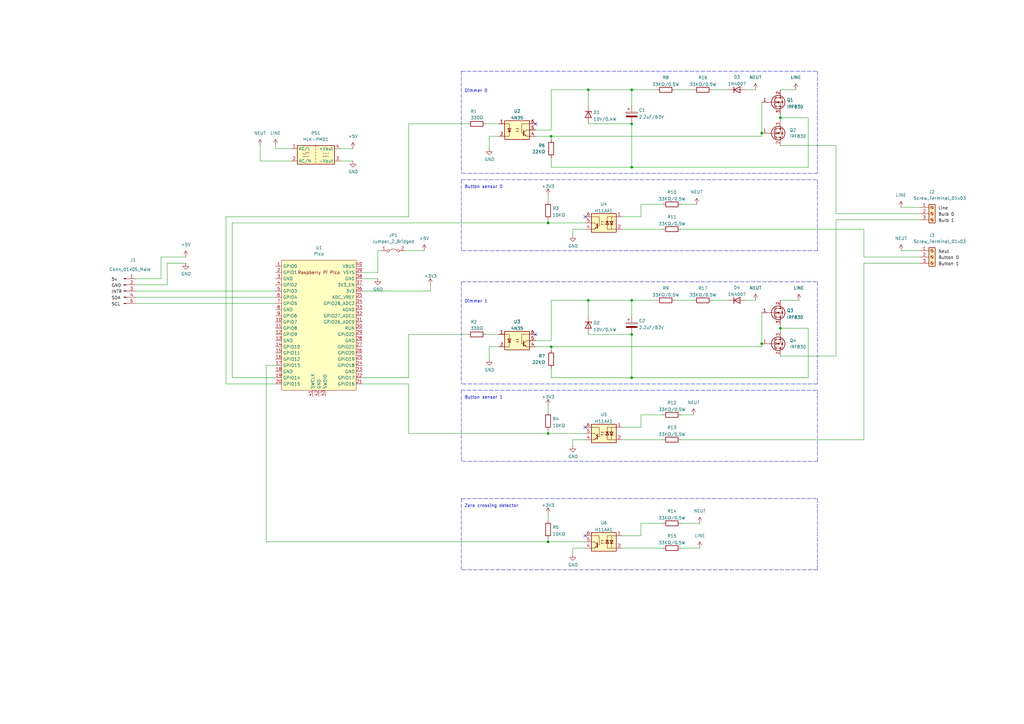
<source format=kicad_sch>
(kicad_sch (version 20211123) (generator eeschema)
  (paper "A3")
  (lib_symbols
    (symbol "Connector:Conn_01x05_Male" (pin_names (offset 1.016) hide)
      (property "Reference" "J" (at 0 7.62 0))
      (property "Value" "Conn_01x05_Male" (at 0 -7.62 0))
      (symbol "Conn_01x05_Male_1_1"
        (polyline (pts (xy 1.27 -5.08) (xy 0.8636 -5.08)) (stroke (width 0.1524)))
        (polyline (pts (xy 1.27 -2.54) (xy 0.8636 -2.54)) (stroke (width 0.1524)))
        (polyline (pts (xy 1.27 0) (xy 0.8636 0)) (stroke (width 0.1524)))
        (polyline (pts (xy 1.27 2.54) (xy 0.8636 2.54)) (stroke (width 0.1524)))
        (polyline (pts (xy 1.27 5.08) (xy 0.8636 5.08)) (stroke (width 0.1524)))
        (rectangle (start 0.8636 -4.953) (end 0 -5.207) (stroke (width 0.1524)) (fill (type outline)))
        (rectangle (start 0.8636 -2.413) (end 0 -2.667) (stroke (width 0.1524)) (fill (type outline)))
        (rectangle (start 0.8636 0.127) (end 0 -0.127) (stroke (width 0.1524)) (fill (type outline)))
        (rectangle (start 0.8636 2.667) (end 0 2.413) (stroke (width 0.1524)) (fill (type outline)))
        (rectangle (start 0.8636 5.207) (end 0 4.953) (stroke (width 0.1524)) (fill (type outline)))
        (pin passive line (at 5.08 5.08 180) (length 3.81) (name "Pin_1") (number "1"))
        (pin passive line (at 5.08 2.54 180) (length 3.81) (name "Pin_2") (number "2"))
        (pin passive line (at 5.08 0 180) (length 3.81) (name "Pin_3") (number "3"))
        (pin passive line (at 5.08 -2.54 180) (length 3.81) (name "Pin_4") (number "4"))
        (pin passive line (at 5.08 -5.08 180) (length 3.81) (name "Pin_5") (number "5"))
      )
    )
    (symbol "Connector:Screw_Terminal_01x03" (pin_names (offset 1.016) hide)
      (property "Reference" "J" (at 0 5.08 0))
      (property "Value" "Screw_Terminal_01x03" (at 0 -5.08 0))
      (symbol "Screw_Terminal_01x03_1_1"
        (rectangle (start -1.27 3.81) (end 1.27 -3.81) (stroke (width 0.254)) (fill (type background)))
        (circle (center 0 -2.54) (radius 0.635) (stroke (width 0.1524)))
        (polyline (pts (xy -0.5334 -2.2098) (xy 0.3302 -3.048)) (stroke (width 0.1524)))
        (polyline (pts (xy -0.5334 0.3302) (xy 0.3302 -0.508)) (stroke (width 0.1524)))
        (polyline (pts (xy -0.5334 2.8702) (xy 0.3302 2.032)) (stroke (width 0.1524)))
        (polyline (pts (xy -0.3556 -2.032) (xy 0.508 -2.8702)) (stroke (width 0.1524)))
        (polyline (pts (xy -0.3556 0.508) (xy 0.508 -0.3302)) (stroke (width 0.1524)))
        (polyline (pts (xy -0.3556 3.048) (xy 0.508 2.2098)) (stroke (width 0.1524)))
        (circle (center 0 0) (radius 0.635) (stroke (width 0.1524)))
        (circle (center 0 2.54) (radius 0.635) (stroke (width 0.1524)))
        (pin passive line (at -5.08 2.54 0) (length 3.81) (name "Pin_1") (number "1"))
        (pin passive line (at -5.08 0 0) (length 3.81) (name "Pin_2") (number "2"))
        (pin passive line (at -5.08 -2.54 0) (length 3.81) (name "Pin_3") (number "3"))
      )
    )
    (symbol "Converter_ACDC:HLK-PM01"
      (property "Reference" "PS" (at 0 5.08 0))
      (property "Value" "HLK-PM01" (at 0 -5.08 0))
      (symbol "HLK-PM01_0_1"
        (rectangle (start -7.62 3.81) (end 7.62 -3.81) (stroke (width 0.254)) (fill (type background)))
        (arc (start -5.334 0.635) (mid -4.699 0.2495) (end -4.064 0.635))
        (arc (start -2.794 0.635) (mid -3.429 1.0072) (end -4.064 0.635))
        (polyline (pts (xy -5.334 -0.635) (xy -2.794 -0.635)))
        (polyline (pts (xy 0 -2.54) (xy 0 -3.175)))
        (polyline (pts (xy 0 -1.27) (xy 0 -1.905)))
        (polyline (pts (xy 0 0) (xy 0 -0.635)))
        (polyline (pts (xy 0 1.27) (xy 0 0.635)))
        (polyline (pts (xy 0 2.54) (xy 0 1.905)))
        (polyline (pts (xy 0 3.81) (xy 0 3.175)))
        (polyline (pts (xy 2.794 -0.635) (xy 5.334 -0.635)))
        (polyline (pts (xy 2.794 0.635) (xy 3.302 0.635)))
        (polyline (pts (xy 3.81 0.635) (xy 4.318 0.635)))
        (polyline (pts (xy 4.826 0.635) (xy 5.334 0.635)))
      )
      (symbol "HLK-PM01_1_1"
        (pin power_in line (at -10.16 2.54 0) (length 2.54) (name "AC/L") (number "1"))
        (pin power_in line (at -10.16 -2.54 0) (length 2.54) (name "AC/N") (number "2"))
        (pin power_out line (at 10.16 -2.54 180) (length 2.54) (name "-Vout") (number "3"))
        (pin power_out line (at 10.16 2.54 180) (length 2.54) (name "+Vout") (number "4"))
      )
    )
    (symbol "Device:C_Polarized" (pin_numbers hide) (pin_names (offset 0.254))
      (property "Reference" "C" (at 0.635 2.54 0))
      (property "Value" "C_Polarized" (at 0.635 -2.54 0))
      (symbol "C_Polarized_0_1"
        (rectangle (start -2.286 0.508) (end 2.286 1.016))
        (polyline (pts (xy -1.778 2.286) (xy -0.762 2.286)))
        (polyline (pts (xy -1.27 2.794) (xy -1.27 1.778)))
        (rectangle (start 2.286 -0.508) (end -2.286 -1.016) (fill (type outline)))
      )
      (symbol "C_Polarized_1_1"
        (pin passive line (at 0 3.81 270) (length 2.794) (name "~") (number "1"))
        (pin passive line (at 0 -3.81 90) (length 2.794) (name "~") (number "2"))
      )
    )
    (symbol "Device:R" (pin_numbers hide) (pin_names (offset 0))
      (property "Reference" "R" (at 2.032 0 90))
      (property "Value" "R" (at 0 0 90))
      (symbol "R_0_1"
        (rectangle (start -1.016 -2.54) (end 1.016 2.54) (stroke (width 0.254)))
      )
      (symbol "R_1_1"
        (pin passive line (at 0 3.81 270) (length 1.27) (name "~") (number "1"))
        (pin passive line (at 0 -3.81 90) (length 1.27) (name "~") (number "2"))
      )
    )
    (symbol "Diode:1N4007" (pin_numbers hide) (pin_names (offset 1.016) hide)
      (property "Reference" "D" (at 0 2.54 0))
      (property "Value" "1N4007" (at 0 -2.54 0))
      (symbol "1N4007_0_1"
        (polyline (pts (xy -1.27 1.27) (xy -1.27 -1.27)) (stroke (width 0.254)))
        (polyline (pts (xy 1.27 0) (xy -1.27 0)))
        (polyline (pts (xy 1.27 1.27) (xy 1.27 -1.27) (xy -1.27 0) (xy 1.27 1.27)) (stroke (width 0.254)))
      )
      (symbol "1N4007_1_1"
        (pin passive line (at -3.81 0 0) (length 2.54) (name "K") (number "1"))
        (pin passive line (at 3.81 0 180) (length 2.54) (name "A") (number "2"))
      )
    )
    (symbol "Diode:BZV55B10" (pin_numbers hide) (pin_names (offset 1.016) hide)
      (property "Reference" "D" (at 0 2.54 0))
      (property "Value" "BZV55B10" (at 0 -2.54 0))
      (symbol "BZV55B10_0_1"
        (polyline (pts (xy 1.27 0) (xy -1.27 0)))
        (polyline (pts (xy -1.27 -1.27) (xy -1.27 1.27) (xy -0.762 1.27)) (stroke (width 0.254)))
        (polyline (pts (xy 1.27 -1.27) (xy 1.27 1.27) (xy -1.27 0) (xy 1.27 -1.27)) (stroke (width 0.254)))
      )
      (symbol "BZV55B10_1_1"
        (pin passive line (at -3.81 0 0) (length 2.54) (name "K") (number "1"))
        (pin passive line (at 3.81 0 180) (length 2.54) (name "A") (number "2"))
      )
    )
    (symbol "Isolator:4N35" (pin_names (offset 1.016))
      (property "Reference" "U" (at -5.08 5.08 0))
      (property "Value" "4N35" (at 0 5.08 0))
      (symbol "4N35_0_1"
        (rectangle (start -5.08 3.81) (end 5.08 -3.81) (stroke (width 0.254)) (fill (type background)))
        (polyline (pts (xy -3.81 -0.635) (xy -2.54 -0.635)) (stroke (width 0.254)))
        (polyline (pts (xy 2.667 -1.397) (xy 3.81 -2.54)))
        (polyline (pts (xy 2.667 -1.143) (xy 3.81 0)))
        (polyline (pts (xy 3.81 -2.54) (xy 5.08 -2.54)))
        (polyline (pts (xy 3.81 0) (xy 5.08 0)))
        (polyline (pts (xy 2.667 -0.254) (xy 2.667 -2.286) (xy 2.667 -2.286)) (stroke (width 0.3556)))
        (polyline (pts (xy -5.08 -2.54) (xy -3.175 -2.54) (xy -3.175 2.54) (xy -5.08 2.54)))
        (polyline (pts (xy -3.175 -0.635) (xy -3.81 0.635) (xy -2.54 0.635) (xy -3.175 -0.635)) (stroke (width 0.254)))
        (polyline (pts (xy 3.683 -2.413) (xy 3.429 -1.905) (xy 3.175 -2.159) (xy 3.683 -2.413)))
        (polyline (pts (xy 5.08 2.54) (xy 1.905 2.54) (xy 1.905 -1.27) (xy 2.54 -1.27)))
        (polyline (pts (xy -0.635 -0.508) (xy 0.635 -0.508) (xy 0.254 -0.635) (xy 0.254 -0.381) (xy 0.635 -0.508)))
        (polyline (pts (xy -0.635 0.508) (xy 0.635 0.508) (xy 0.254 0.381) (xy 0.254 0.635) (xy 0.635 0.508)))
      )
      (symbol "4N35_1_1"
        (pin passive line (at -7.62 2.54 0) (length 2.54) (name "~") (number "1"))
        (pin passive line (at -7.62 -2.54 0) (length 2.54) (name "~") (number "2"))
        (pin no_connect line (at -5.08 0 0) (length 2.54) hide (name "NC") (number "3"))
        (pin passive line (at 7.62 -2.54 180) (length 2.54) (name "~") (number "4"))
        (pin passive line (at 7.62 0 180) (length 2.54) (name "~") (number "5"))
        (pin passive line (at 7.62 2.54 180) (length 2.54) (name "~") (number "6"))
      )
    )
    (symbol "Isolator:H11AA1"
      (property "Reference" "U" (at -5.334 4.953 0))
      (property "Value" "H11AA1" (at 0.635 4.953 0))
      (symbol "H11AA1_0_1"
        (polyline (pts (xy -2.032 0.635) (xy -0.762 0.635)) (stroke (width 0.254)))
        (polyline (pts (xy -1.397 -2.54) (xy -3.175 -2.54)) (stroke (width 0.1524)))
        (polyline (pts (xy -1.397 -0.635) (xy -1.397 -2.54)))
        (polyline (pts (xy -1.397 0.635) (xy -1.397 -0.635)))
        (polyline (pts (xy -1.397 0.635) (xy -1.397 2.54)))
        (polyline (pts (xy -1.397 2.54) (xy -3.175 2.54)) (stroke (width 0.1524)))
        (polyline (pts (xy -1.397 0.635) (xy -2.032 -0.635) (xy -0.762 -0.635) (xy -1.397 0.635)) (stroke (width 0.254)))
      )
      (symbol "H11AA1_1_1"
        (rectangle (start -5.08 3.81) (end 5.08 -3.81) (stroke (width 0.254)) (fill (type background)))
        (polyline (pts (xy -3.81 -0.635) (xy -2.54 -0.635)) (stroke (width 0.254)))
        (polyline (pts (xy 2.667 -1.397) (xy 3.81 -2.54)))
        (polyline (pts (xy 2.667 -1.143) (xy 3.81 0)))
        (polyline (pts (xy 3.81 -2.54) (xy 5.08 -2.54)))
        (polyline (pts (xy 3.81 0) (xy 5.08 0)))
        (polyline (pts (xy 2.667 -0.254) (xy 2.667 -2.286) (xy 2.667 -2.286)) (stroke (width 0.3556)))
        (polyline (pts (xy -5.08 -2.54) (xy -3.175 -2.54) (xy -3.175 2.54) (xy -5.08 2.54)))
        (polyline (pts (xy -3.175 -0.635) (xy -3.81 0.635) (xy -2.54 0.635) (xy -3.175 -0.635)) (stroke (width 0.254)))
        (polyline (pts (xy 3.683 -2.413) (xy 3.429 -1.905) (xy 3.175 -2.159) (xy 3.683 -2.413)))
        (polyline (pts (xy 5.08 2.54) (xy 1.905 2.54) (xy 1.905 -1.27) (xy 2.54 -1.27)))
        (polyline (pts (xy -0.127 -0.508) (xy 1.143 -0.508) (xy 0.762 -0.635) (xy 0.762 -0.381) (xy 1.143 -0.508)))
        (polyline (pts (xy -0.127 0.508) (xy 1.143 0.508) (xy 0.762 0.381) (xy 0.762 0.635) (xy 1.143 0.508)))
        (pin passive line (at -7.62 2.54 0) (length 2.54) (name "~") (number "1"))
        (pin passive line (at -7.62 -2.54 0) (length 2.54) (name "~") (number "2"))
        (pin no_connect line (at -5.08 0 0) (length 2.54) hide (name "NC") (number "3"))
        (pin passive line (at 7.62 -2.54 180) (length 2.54) (name "~") (number "4"))
        (pin passive line (at 7.62 0 180) (length 2.54) (name "~") (number "5"))
        (pin passive line (at 7.62 2.54 180) (length 2.54) (name "~") (number "6"))
      )
    )
    (symbol "Jumper:Jumper_2_Bridged" (pin_names (offset 0) hide)
      (property "Reference" "JP" (at 0 1.905 0))
      (property "Value" "Jumper_2_Bridged" (at 0 -2.54 0))
      (symbol "Jumper_2_Bridged_0_0"
        (circle (center -2.032 0) (radius 0.508))
        (circle (center 2.032 0) (radius 0.508))
      )
      (symbol "Jumper_2_Bridged_0_1"
        (arc (start 1.524 0.254) (mid 0 0.762) (end -1.524 0.254))
      )
      (symbol "Jumper_2_Bridged_1_1"
        (pin passive line (at -5.08 0 0) (length 2.54) (name "A") (number "1"))
        (pin passive line (at 5.08 0 180) (length 2.54) (name "B") (number "2"))
      )
    )
    (symbol "MCU_RaspberryPi_and_Boards:Pico"
      (property "Reference" "U" (at -13.97 27.94 0))
      (property "Value" "Pico" (at 0 19.05 0))
      (symbol "Pico_0_0"
        (text "Raspberry Pi Pico" (at 0 21.59 0) (effects (font (size 1.27 1.27))))
      )
      (symbol "Pico_0_1"
        (rectangle (start -15.24 26.67) (end 15.24 -26.67) (fill (type background)))
      )
      (symbol "Pico_1_1"
        (pin bidirectional line (at -17.78 24.13 0) (length 2.54) (name "GPIO0") (number "1"))
        (pin bidirectional line (at -17.78 1.27 0) (length 2.54) (name "GPIO7") (number "10"))
        (pin bidirectional line (at -17.78 -1.27 0) (length 2.54) (name "GPIO8") (number "11"))
        (pin bidirectional line (at -17.78 -3.81 0) (length 2.54) (name "GPIO9") (number "12"))
        (pin power_in line (at -17.78 -6.35 0) (length 2.54) (name "GND") (number "13"))
        (pin bidirectional line (at -17.78 -8.89 0) (length 2.54) (name "GPIO10") (number "14"))
        (pin bidirectional line (at -17.78 -11.43 0) (length 2.54) (name "GPIO11") (number "15"))
        (pin bidirectional line (at -17.78 -13.97 0) (length 2.54) (name "GPIO12") (number "16"))
        (pin bidirectional line (at -17.78 -16.51 0) (length 2.54) (name "GPIO13") (number "17"))
        (pin power_in line (at -17.78 -19.05 0) (length 2.54) (name "GND") (number "18"))
        (pin bidirectional line (at -17.78 -21.59 0) (length 2.54) (name "GPIO14") (number "19"))
        (pin bidirectional line (at -17.78 21.59 0) (length 2.54) (name "GPIO1") (number "2"))
        (pin bidirectional line (at -17.78 -24.13 0) (length 2.54) (name "GPIO15") (number "20"))
        (pin bidirectional line (at 17.78 -24.13 180) (length 2.54) (name "GPIO16") (number "21"))
        (pin bidirectional line (at 17.78 -21.59 180) (length 2.54) (name "GPIO17") (number "22"))
        (pin power_in line (at 17.78 -19.05 180) (length 2.54) (name "GND") (number "23"))
        (pin bidirectional line (at 17.78 -16.51 180) (length 2.54) (name "GPIO18") (number "24"))
        (pin bidirectional line (at 17.78 -13.97 180) (length 2.54) (name "GPIO19") (number "25"))
        (pin bidirectional line (at 17.78 -11.43 180) (length 2.54) (name "GPIO20") (number "26"))
        (pin bidirectional line (at 17.78 -8.89 180) (length 2.54) (name "GPIO21") (number "27"))
        (pin power_in line (at 17.78 -6.35 180) (length 2.54) (name "GND") (number "28"))
        (pin bidirectional line (at 17.78 -3.81 180) (length 2.54) (name "GPIO22") (number "29"))
        (pin power_in line (at -17.78 19.05 0) (length 2.54) (name "GND") (number "3"))
        (pin input line (at 17.78 -1.27 180) (length 2.54) (name "RUN") (number "30"))
        (pin bidirectional line (at 17.78 1.27 180) (length 2.54) (name "GPIO26_ADC0") (number "31"))
        (pin bidirectional line (at 17.78 3.81 180) (length 2.54) (name "GPIO27_ADC1") (number "32"))
        (pin power_in line (at 17.78 6.35 180) (length 2.54) (name "AGND") (number "33"))
        (pin bidirectional line (at 17.78 8.89 180) (length 2.54) (name "GPIO28_ADC2") (number "34"))
        (pin power_in line (at 17.78 11.43 180) (length 2.54) (name "ADC_VREF") (number "35"))
        (pin power_in line (at 17.78 13.97 180) (length 2.54) (name "3V3") (number "36"))
        (pin input line (at 17.78 16.51 180) (length 2.54) (name "3V3_EN") (number "37"))
        (pin bidirectional line (at 17.78 19.05 180) (length 2.54) (name "GND") (number "38"))
        (pin power_in line (at 17.78 21.59 180) (length 2.54) (name "VSYS") (number "39"))
        (pin bidirectional line (at -17.78 16.51 0) (length 2.54) (name "GPIO2") (number "4"))
        (pin power_in line (at 17.78 24.13 180) (length 2.54) (name "VBUS") (number "40"))
        (pin input line (at -2.54 -29.21 90) (length 2.54) (name "SWCLK") (number "41"))
        (pin power_in line (at 0 -29.21 90) (length 2.54) (name "GND") (number "42"))
        (pin bidirectional line (at 2.54 -29.21 90) (length 2.54) (name "SWDIO") (number "43"))
        (pin bidirectional line (at -17.78 13.97 0) (length 2.54) (name "GPIO3") (number "5"))
        (pin bidirectional line (at -17.78 11.43 0) (length 2.54) (name "GPIO4") (number "6"))
        (pin bidirectional line (at -17.78 8.89 0) (length 2.54) (name "GPIO5") (number "7"))
        (pin power_in line (at -17.78 6.35 0) (length 2.54) (name "GND") (number "8"))
        (pin bidirectional line (at -17.78 3.81 0) (length 2.54) (name "GPIO6") (number "9"))
      )
    )
    (symbol "Transistor_FET:IRF740" (pin_names hide)
      (property "Reference" "Q" (at 6.35 1.905 0))
      (property "Value" "IRF740" (at 6.35 0 0))
      (symbol "IRF740_0_1"
        (polyline (pts (xy 0.254 0) (xy -2.54 0)))
        (polyline (pts (xy 0.254 1.905) (xy 0.254 -1.905)) (stroke (width 0.254)))
        (polyline (pts (xy 0.762 -1.27) (xy 0.762 -2.286)) (stroke (width 0.254)))
        (polyline (pts (xy 0.762 0.508) (xy 0.762 -0.508)) (stroke (width 0.254)))
        (polyline (pts (xy 0.762 2.286) (xy 0.762 1.27)) (stroke (width 0.254)))
        (polyline (pts (xy 2.54 2.54) (xy 2.54 1.778)))
        (polyline (pts (xy 2.54 -2.54) (xy 2.54 0) (xy 0.762 0)))
        (polyline (pts (xy 0.762 -1.778) (xy 3.302 -1.778) (xy 3.302 1.778) (xy 0.762 1.778)))
        (polyline (pts (xy 1.016 0) (xy 2.032 0.381) (xy 2.032 -0.381) (xy 1.016 0)) (fill (type outline)))
        (polyline (pts (xy 2.794 0.508) (xy 2.921 0.381) (xy 3.683 0.381) (xy 3.81 0.254)))
        (polyline (pts (xy 3.302 0.381) (xy 2.921 -0.254) (xy 3.683 -0.254) (xy 3.302 0.381)))
        (circle (center 1.651 0) (radius 2.794) (stroke (width 0.254)))
        (circle (center 2.54 -1.778) (radius 0.254) (fill (type outline)))
        (circle (center 2.54 1.778) (radius 0.254) (fill (type outline)))
      )
      (symbol "IRF740_1_1"
        (pin input line (at -5.08 0 0) (length 2.54) (name "G") (number "1"))
        (pin passive line (at 2.54 5.08 270) (length 2.54) (name "D") (number "2"))
        (pin passive line (at 2.54 -5.08 90) (length 2.54) (name "S") (number "3"))
      )
    )
    (symbol "power:+3V3" (power) (pin_names (offset 0))
      (property "Value" "+3V3" (at 0 3.556 0))
      (symbol "+3V3_0_1"
        (polyline (pts (xy -0.762 1.27) (xy 0 2.54)))
        (polyline (pts (xy 0 0) (xy 0 2.54)))
        (polyline (pts (xy 0 2.54) (xy 0.762 1.27)))
      )
      (symbol "+3V3_1_1"
        (pin power_in line (at 0 0 90) (length 0) hide (name "+3V3") (number "1"))
      )
    )
    (symbol "power:+5V" (power) (pin_names (offset 0))
      (property "Value" "+5V" (at 0 3.556 0))
      (symbol "+5V_0_1"
        (polyline (pts (xy -0.762 1.27) (xy 0 2.54)))
        (polyline (pts (xy 0 0) (xy 0 2.54)))
        (polyline (pts (xy 0 2.54) (xy 0.762 1.27)))
      )
      (symbol "+5V_1_1"
        (pin power_in line (at 0 0 90) (length 0) hide (name "+5V") (number "1"))
      )
    )
    (symbol "power:GND" (power) (pin_names (offset 0))
      (property "Value" "GND" (at 0 -3.81 0))
      (symbol "GND_0_1"
        (polyline (pts (xy 0 0) (xy 0 -1.27) (xy 1.27 -1.27) (xy 0 -2.54) (xy -1.27 -1.27) (xy 0 -1.27)))
      )
      (symbol "GND_1_1"
        (pin power_in line (at 0 0 270) (length 0) hide (name "GND") (number "1"))
      )
    )
    (symbol "power:LINE" (power) (pin_names (offset 0))
      (property "Value" "LINE" (at 0 3.81 0))
      (symbol "LINE_0_1"
        (polyline (pts (xy -0.762 1.27) (xy 0 2.54)))
        (polyline (pts (xy 0 0) (xy 0 2.54)))
        (polyline (pts (xy 0 2.54) (xy 0.762 1.27)))
      )
      (symbol "LINE_1_1"
        (pin power_in line (at 0 0 90) (length 0) hide (name "LINE") (number "1"))
      )
    )
    (symbol "power:NEUT" (power) (pin_names (offset 0))
      (property "Value" "NEUT" (at 0 3.81 0))
      (symbol "NEUT_0_1"
        (polyline (pts (xy -0.762 1.27) (xy 0 2.54)))
        (polyline (pts (xy 0 0) (xy 0 2.54)))
        (polyline (pts (xy 0 2.54) (xy 0.762 1.27)))
      )
      (symbol "NEUT_1_1"
        (pin power_in line (at 0 0 90) (length 0) hide (name "NEUT") (number "1"))
      )
    )
  )
  (junction (at 224.79 91.44))
  (junction (at 259.08 137.16))
  (junction (at 224.79 177.8))
  (junction (at 259.08 123.19))
  (junction (at 224.79 222.25))
  (junction (at 259.08 50.8))
  (junction (at 241.3 123.19))
  (junction (at 259.08 68.58))
  (junction (at 259.08 154.94))
  (junction (at 241.3 36.83))
  (junction (at 312.42 54.61))
  (junction (at 226.06 55.88))
  (junction (at 226.06 142.24))
  (junction (at 320.04 48.26))
  (junction (at 312.42 140.97))
  (junction (at 320.04 134.62))
  (junction (at 259.08 36.83))
  (no_connect (at 219.71 50.8))
  (no_connect (at 240.03 175.26))
  (no_connect (at 240.03 88.9))
  (no_connect (at 219.71 137.16))
  (no_connect (at 240.03 219.71))
  (wire (pts (xy 377.19 90.17) (xy 342.9 90.17)))
  (wire (pts (xy 224.79 91.44) (xy 240.03 91.44)))
  (wire (pts (xy 377.19 105.41) (xy 354.33 105.41)))
  (wire (pts (xy 219.71 139.7) (xy 226.06 139.7)))
  (wire (pts (xy 354.33 107.95) (xy 354.33 180.34)))
  (wire (pts (xy 226.06 142.24) (xy 312.42 142.24)))
  (wire (pts (xy 55.88 114.3) (xy 66.04 114.3)))
  (wire (pts (xy 331.47 68.58) (xy 331.47 48.26)))
  (polyline (pts (xy 335.28 115.57) (xy 335.28 157.48)))
  (wire (pts (xy 68.58 116.84) (xy 68.58 107.95)))
  (wire (pts (xy 320.04 146.05) (xy 342.9 146.05)))
  (wire (pts (xy 312.42 128.27) (xy 312.42 140.97)))
  (wire (pts (xy 219.71 55.88) (xy 226.06 55.88)))
  (wire (pts (xy 226.06 55.88) (xy 312.42 55.88)))
  (wire (pts (xy 234.95 224.79) (xy 240.03 224.79)))
  (wire (pts (xy 167.64 137.16) (xy 167.64 154.94)))
  (wire (pts (xy 148.59 114.3) (xy 154.94 114.3)))
  (wire (pts (xy 241.3 36.83) (xy 241.3 43.18)))
  (wire (pts (xy 148.59 154.94) (xy 167.64 154.94)))
  (wire (pts (xy 226.06 123.19) (xy 241.3 123.19)))
  (wire (pts (xy 255.27 93.98) (xy 271.78 93.98)))
  (wire (pts (xy 119.38 60.96) (xy 113.03 60.96)))
  (wire (pts (xy 55.88 116.84) (xy 68.58 116.84)))
  (wire (pts (xy 262.89 83.82) (xy 262.89 88.9)))
  (wire (pts (xy 109.22 222.25) (xy 224.79 222.25)))
  (wire (pts (xy 224.79 220.98) (xy 224.79 222.25)))
  (wire (pts (xy 255.27 219.71) (xy 262.89 219.71)))
  (wire (pts (xy 66.04 114.3) (xy 66.04 105.41)))
  (wire (pts (xy 279.4 93.98) (xy 354.33 93.98)))
  (wire (pts (xy 255.27 180.34) (xy 271.78 180.34)))
  (wire (pts (xy 255.27 224.79) (xy 271.78 224.79)))
  (wire (pts (xy 259.08 123.19) (xy 241.3 123.19)))
  (wire (pts (xy 279.4 224.79) (xy 287.02 224.79)))
  (polyline (pts (xy 189.23 115.57) (xy 335.28 115.57)))
  (wire (pts (xy 269.24 36.83) (xy 259.08 36.83)))
  (wire (pts (xy 55.88 121.92) (xy 113.03 121.92)))
  (wire (pts (xy 224.79 177.8) (xy 240.03 177.8)))
  (wire (pts (xy 320.04 48.26) (xy 331.47 48.26)))
  (wire (pts (xy 204.47 55.88) (xy 200.66 55.88)))
  (wire (pts (xy 320.04 134.62) (xy 331.47 134.62)))
  (wire (pts (xy 219.71 142.24) (xy 226.06 142.24)))
  (wire (pts (xy 95.25 154.94) (xy 113.03 154.94)))
  (wire (pts (xy 148.59 111.76) (xy 154.94 111.76)))
  (wire (pts (xy 224.79 222.25) (xy 240.03 222.25)))
  (wire (pts (xy 234.95 93.98) (xy 234.95 96.52)))
  (polyline (pts (xy 189.23 160.02) (xy 335.28 160.02)))
  (wire (pts (xy 262.89 170.18) (xy 262.89 175.26)))
  (polyline (pts (xy 335.28 157.48) (xy 189.23 157.48)))
  (polyline (pts (xy 189.23 115.57) (xy 189.23 157.48)))
  (wire (pts (xy 271.78 170.18) (xy 262.89 170.18)))
  (wire (pts (xy 199.39 50.8) (xy 204.47 50.8)))
  (wire (pts (xy 139.7 66.04) (xy 144.78 66.04)))
  (wire (pts (xy 219.71 53.34) (xy 226.06 53.34)))
  (wire (pts (xy 292.1 123.19) (xy 298.45 123.19)))
  (wire (pts (xy 226.06 57.15) (xy 226.06 55.88)))
  (wire (pts (xy 320.04 59.69) (xy 342.9 59.69)))
  (wire (pts (xy 271.78 214.63) (xy 262.89 214.63)))
  (wire (pts (xy 226.06 64.77) (xy 226.06 68.58)))
  (wire (pts (xy 259.08 68.58) (xy 331.47 68.58)))
  (polyline (pts (xy 189.23 204.47) (xy 335.28 204.47)))
  (wire (pts (xy 241.3 50.8) (xy 259.08 50.8)))
  (wire (pts (xy 106.68 66.04) (xy 106.68 59.69)))
  (wire (pts (xy 241.3 137.16) (xy 259.08 137.16)))
  (wire (pts (xy 226.06 151.13) (xy 226.06 154.94)))
  (wire (pts (xy 312.42 140.97) (xy 312.42 142.24)))
  (wire (pts (xy 55.88 124.46) (xy 113.03 124.46)))
  (polyline (pts (xy 189.23 204.47) (xy 189.23 233.68)))
  (polyline (pts (xy 335.28 71.12) (xy 189.23 71.12)))
  (wire (pts (xy 259.08 36.83) (xy 241.3 36.83)))
  (polyline (pts (xy 189.23 29.21) (xy 189.23 71.12)))
  (wire (pts (xy 226.06 154.94) (xy 259.08 154.94)))
  (polyline (pts (xy 335.28 102.87) (xy 189.23 102.87)))
  (wire (pts (xy 204.47 142.24) (xy 200.66 142.24)))
  (wire (pts (xy 377.19 107.95) (xy 354.33 107.95)))
  (wire (pts (xy 342.9 90.17) (xy 342.9 146.05)))
  (wire (pts (xy 279.4 170.18) (xy 284.48 170.18)))
  (wire (pts (xy 320.04 123.19) (xy 327.66 123.19)))
  (wire (pts (xy 320.04 48.26) (xy 320.04 49.53)))
  (polyline (pts (xy 189.23 29.21) (xy 335.28 29.21)))
  (wire (pts (xy 320.04 46.99) (xy 320.04 48.26)))
  (wire (pts (xy 166.37 102.87) (xy 173.99 102.87)))
  (wire (pts (xy 259.08 36.83) (xy 259.08 43.18)))
  (wire (pts (xy 226.06 53.34) (xy 226.06 36.83)))
  (wire (pts (xy 92.71 157.48) (xy 113.03 157.48)))
  (wire (pts (xy 234.95 224.79) (xy 234.95 227.33)))
  (polyline (pts (xy 335.28 204.47) (xy 335.28 233.68)))
  (polyline (pts (xy 335.28 233.68) (xy 189.23 233.68)))
  (wire (pts (xy 109.22 149.86) (xy 109.22 222.25)))
  (wire (pts (xy 269.24 123.19) (xy 259.08 123.19)))
  (wire (pts (xy 255.27 175.26) (xy 262.89 175.26)))
  (wire (pts (xy 226.06 143.51) (xy 226.06 142.24)))
  (polyline (pts (xy 335.28 73.66) (xy 335.28 102.87)))
  (wire (pts (xy 241.3 123.19) (xy 241.3 129.54)))
  (wire (pts (xy 66.04 105.41) (xy 76.2 105.41)))
  (wire (pts (xy 139.7 60.96) (xy 144.78 60.96)))
  (wire (pts (xy 92.71 88.9) (xy 92.71 157.48)))
  (wire (pts (xy 176.53 116.84) (xy 176.53 119.38)))
  (polyline (pts (xy 335.28 29.21) (xy 335.28 71.12)))
  (polyline (pts (xy 189.23 73.66) (xy 335.28 73.66)))
  (wire (pts (xy 226.06 36.83) (xy 241.3 36.83)))
  (wire (pts (xy 200.66 55.88) (xy 200.66 60.96)))
  (wire (pts (xy 259.08 154.94) (xy 331.47 154.94)))
  (wire (pts (xy 312.42 54.61) (xy 312.42 55.88)))
  (wire (pts (xy 167.64 50.8) (xy 167.64 88.9)))
  (polyline (pts (xy 335.28 160.02) (xy 335.28 189.23)))
  (wire (pts (xy 259.08 123.19) (xy 259.08 129.54)))
  (wire (pts (xy 271.78 83.82) (xy 262.89 83.82)))
  (wire (pts (xy 234.95 180.34) (xy 240.03 180.34)))
  (wire (pts (xy 279.4 83.82) (xy 285.75 83.82)))
  (wire (pts (xy 234.95 93.98) (xy 240.03 93.98)))
  (wire (pts (xy 154.94 111.76) (xy 154.94 102.87)))
  (wire (pts (xy 342.9 87.63) (xy 342.9 59.69)))
  (wire (pts (xy 279.4 180.34) (xy 354.33 180.34)))
  (wire (pts (xy 276.86 123.19) (xy 284.48 123.19)))
  (polyline (pts (xy 189.23 73.66) (xy 189.23 102.87)))
  (wire (pts (xy 331.47 154.94) (xy 331.47 134.62)))
  (wire (pts (xy 255.27 88.9) (xy 262.89 88.9)))
  (wire (pts (xy 95.25 91.44) (xy 224.79 91.44)))
  (wire (pts (xy 119.38 66.04) (xy 106.68 66.04)))
  (wire (pts (xy 200.66 142.24) (xy 200.66 147.32)))
  (wire (pts (xy 354.33 105.41) (xy 354.33 93.98)))
  (wire (pts (xy 224.79 80.01) (xy 224.79 82.55)))
  (wire (pts (xy 55.88 119.38) (xy 113.03 119.38)))
  (wire (pts (xy 148.59 157.48) (xy 167.64 157.48)))
  (wire (pts (xy 259.08 137.16) (xy 259.08 154.94)))
  (wire (pts (xy 306.07 36.83) (xy 309.88 36.83)))
  (wire (pts (xy 262.89 214.63) (xy 262.89 219.71)))
  (polyline (pts (xy 189.23 160.02) (xy 189.23 189.23)))
  (wire (pts (xy 167.64 157.48) (xy 167.64 177.8)))
  (wire (pts (xy 320.04 134.62) (xy 320.04 135.89)))
  (wire (pts (xy 224.79 90.17) (xy 224.79 91.44)))
  (wire (pts (xy 224.79 176.53) (xy 224.79 177.8)))
  (wire (pts (xy 95.25 91.44) (xy 95.25 154.94)))
  (wire (pts (xy 369.57 85.09) (xy 377.19 85.09)))
  (wire (pts (xy 292.1 36.83) (xy 298.45 36.83)))
  (wire (pts (xy 68.58 107.95) (xy 76.2 107.95)))
  (wire (pts (xy 226.06 68.58) (xy 259.08 68.58)))
  (wire (pts (xy 109.22 149.86) (xy 113.03 149.86)))
  (wire (pts (xy 167.64 50.8) (xy 191.77 50.8)))
  (wire (pts (xy 312.42 41.91) (xy 312.42 54.61)))
  (wire (pts (xy 92.71 88.9) (xy 167.64 88.9)))
  (wire (pts (xy 167.64 177.8) (xy 224.79 177.8)))
  (wire (pts (xy 320.04 133.35) (xy 320.04 134.62)))
  (wire (pts (xy 369.57 102.87) (xy 377.19 102.87)))
  (wire (pts (xy 167.64 137.16) (xy 191.77 137.16)))
  (wire (pts (xy 226.06 139.7) (xy 226.06 123.19)))
  (wire (pts (xy 287.02 214.63) (xy 279.4 214.63)))
  (wire (pts (xy 199.39 137.16) (xy 204.47 137.16)))
  (wire (pts (xy 377.19 87.63) (xy 342.9 87.63)))
  (wire (pts (xy 224.79 210.82) (xy 224.79 213.36)))
  (wire (pts (xy 320.04 36.83) (xy 326.39 36.83)))
  (wire (pts (xy 234.95 180.34) (xy 234.95 182.88)))
  (wire (pts (xy 276.86 36.83) (xy 284.48 36.83)))
  (polyline (pts (xy 335.28 189.23) (xy 189.23 189.23)))
  (wire (pts (xy 224.79 166.37) (xy 224.79 168.91)))
  (wire (pts (xy 154.94 102.87) (xy 156.21 102.87)))
  (wire (pts (xy 306.07 123.19) (xy 309.88 123.19)))
  (wire (pts (xy 113.03 59.69) (xy 113.03 60.96)))
  (wire (pts (xy 259.08 50.8) (xy 259.08 68.58)))
  (wire (pts (xy 148.59 119.38) (xy 176.53 119.38)))
  (text "Button sensor 1" (at 190.5 163.83 0) (effects (font (size 1.27 1.27)) (justify left bottom)))
  (text "Button sensor 0" (at 190.5 77.47 0) (effects (font (size 1.27 1.27)) (justify left bottom)))
  (text "Dimmer 1" (at 190.5 124.46 0) (effects (font (size 1.27 1.27)) (justify left bottom)))
  (text "Dimmer 0" (at 190.5 38.1 0) (effects (font (size 1.27 1.27)) (justify left bottom)))
  (text "Zero crossing detector" (at 190.5 208.28 0) (effects (font (size 1.27 1.27)) (justify left bottom)))
  (label "GND" (at 45.72 118.11 0))
  (label "Button 1" (at 384.81 109.22 0))
  (label "Button 0" (at 384.81 106.68 0))
  (label "Bulb 0" (at 384.81 88.9 0))
  (label "SCL" (at 45.72 125.73 0))
  (label "5v" (at 45.72 115.57 0))
  (label "Bulb 1" (at 384.81 91.44 0))
  (label "Line" (at 384.81 86.36 0))
  (label "Neut" (at 384.81 104.14 0))
  (label "SDA" (at 45.72 123.19 0))
  (label "INTR" (at 45.72 120.65 0))
  (symbol (lib_id "Device:R") (at 275.59 83.82 270) (unit 1)
    (property "Reference" "R10" (at 275.59 78.8375 90))
    (property "Value" "33KΩ/0.5W" (at 275.59 81.6126 90))
    (property "Footprint" "Resistor_SMD:R_0805_2012Metric" (effects hide))
    (property "Datasheet" "https://datasheet.lcsc.com/lcsc/2012181743_UNI-ROYAL-Uniroyal-Elec-AS05W2J0333T5E_C966118.pdf" (effects hide))
    (property "LCSC" "C966118" (effects hide))
  )
  (symbol (lib_id "Isolator:H11AA1") (at 247.65 177.8 0) (mirror y) (unit 1)
    (property "Reference" "U5" (at 247.65 170.0235 0))
    (property "Value" "H11AA1" (at 247.65 172.7986 0))
    (property "Footprint" "Package_DIP:SMDIP-6_W9.53mm" (effects hide))
    (property "Datasheet" "https://datasheet.lcsc.com/lcsc/1809111517_ON-Semiconductor-H11AA1SM_C184383.pdf" (effects hide))
    (property "LCSC" "C184383" (effects hide))
  )
  (symbol (lib_id "power:+5V") (at 144.78 60.96 0) (unit 1)
    (property "Reference" "#PWR05" (effects hide))
    (property "Value" "+5V" (at 144.78 55.88 0))
  )
  (symbol (lib_id "Device:R") (at 224.79 217.17 180) (unit 1)
    (property "Reference" "R5" (at 226.568 216.2615 0) (effects (justify right)))
    (property "Value" "10KΩ" (at 226.568 219.0366 0) (effects (justify right)))
    (property "Footprint" "Resistor_SMD:R_0603_1608Metric" (effects hide))
    (property "Datasheet" "https://datasheet.lcsc.com/lcsc/1811062009_UNI-ROYAL-Uniroyal-Elec-0603WAF1002T5E_C25804.pdf" (effects hide))
    (property "LCSC" "C25804" (effects hide))
  )
  (symbol (lib_id "power:+5V") (at 173.99 102.87 0) (unit 1)
    (property "Reference" "#PWR08" (effects hide))
    (property "Value" "+5V" (at 173.99 97.79 0))
  )
  (symbol (lib_id "Transistor_FET:IRF740") (at 317.5 128.27 0) (unit 1)
    (property "Reference" "Q3" (at 322.707 127.3615 0) (effects (justify left)))
    (property "Value" "IRF830" (at 322.707 130.1366 0) (effects (justify left)))
    (property "Footprint" "Package_TO_SOT_SMD:TO-263-3_TabPin2" (effects hide))
    (property "Datasheet" "https://datasheet.lcsc.com/lcsc/2006291614_VBsemi-Elec-IRF830ASTRL_C693297.pdf" (effects hide))
    (property "LCSC" "C693297" (effects hide))
  )
  (symbol (lib_id "Device:R") (at 288.29 123.19 270) (unit 1)
    (property "Reference" "R17" (at 288.29 118.2075 90))
    (property "Value" "33KΩ/0.5W" (at 288.29 120.9826 90))
    (property "Footprint" "Resistor_SMD:R_0805_2012Metric" (effects hide))
    (property "Datasheet" "https://datasheet.lcsc.com/lcsc/2012181743_UNI-ROYAL-Uniroyal-Elec-AS05W2J0333T5E_C966118.pdf" (effects hide))
    (property "LCSC" "C966118" (effects hide))
  )
  (symbol (lib_id "power:GND") (at 144.78 66.04 0) (unit 1)
    (property "Reference" "#PWR06" (effects hide))
    (property "Value" "GND" (at 144.907 70.4342 0))
  )
  (symbol (lib_id "Device:R") (at 224.79 86.36 180) (unit 1)
    (property "Reference" "R3" (at 226.568 85.4515 0) (effects (justify right)))
    (property "Value" "10KΩ" (at 226.568 88.2266 0) (effects (justify right)))
    (property "Footprint" "Resistor_SMD:R_0603_1608Metric" (effects hide))
    (property "Datasheet" "https://datasheet.lcsc.com/lcsc/1811062009_UNI-ROYAL-Uniroyal-Elec-0603WAF1002T5E_C25804.pdf" (effects hide))
    (property "LCSC" "C25804" (effects hide))
  )
  (symbol (lib_id "Device:R") (at 226.06 60.96 0) (unit 1)
    (property "Reference" "R6" (at 222.25 59.69 0))
    (property "Value" "22KΩ" (at 220.98 62.23 0))
    (property "Footprint" "Resistor_SMD:R_0603_1608Metric" (effects hide))
    (property "Datasheet" "https://datasheet.lcsc.com/lcsc/1811081712_UNI-ROYAL-Uniroyal-Elec-0603WAF2202T5E_C31850.pdf" (effects hide))
    (property "LCSC" "C31850" (effects hide))
  )
  (symbol (lib_id "Device:R") (at 226.06 147.32 0) (unit 1)
    (property "Reference" "R7" (at 222.25 146.05 0))
    (property "Value" "22KΩ" (at 220.98 148.59 0))
    (property "Footprint" "Resistor_SMD:R_0603_1608Metric" (effects hide))
    (property "Datasheet" "https://datasheet.lcsc.com/lcsc/1811081712_UNI-ROYAL-Uniroyal-Elec-0603WAF2202T5E_C31850.pdf" (effects hide))
    (property "LCSC" "C31850" (effects hide))
  )
  (symbol (lib_id "Device:R") (at 273.05 36.83 270) (unit 1)
    (property "Reference" "R8" (at 273.05 31.8475 90))
    (property "Value" "33KΩ/0.5W" (at 273.05 34.6226 90))
    (property "Footprint" "Resistor_SMD:R_0805_2012Metric" (effects hide))
    (property "Datasheet" "https://datasheet.lcsc.com/lcsc/2012181743_UNI-ROYAL-Uniroyal-Elec-AS05W2J0333T5E_C966118.pdf" (effects hide))
    (property "LCSC" "C966118" (effects hide))
  )
  (symbol (lib_id "power:NEUT") (at 309.88 36.83 0) (unit 1)
    (property "Reference" "#PWR022" (effects hide))
    (property "Value" "NEUT" (at 309.88 31.75 0))
  )
  (symbol (lib_id "Connector:Screw_Terminal_01x03") (at 382.27 105.41 0) (unit 1)
    (property "Reference" "J3" (at 381 96.52 0) (effects (justify left)))
    (property "Value" "Screw_Terminal_01x03" (at 374.65 99.06 0) (effects (justify left)))
    (property "Footprint" "TerminalBlock:TerminalBlock_bornier-3_P5.08mm" (effects hide))
  )
  (symbol (lib_id "Diode:BZV55B10") (at 241.3 133.35 270) (unit 1)
    (property "Reference" "D2" (at 243.332 132.4415 90) (effects (justify left)))
    (property "Value" "10V/0.4W" (at 243.332 135.2166 90) (effects (justify left)))
    (property "Footprint" "Diode_SMD:D_SOD-123" (effects hide))
    (property "Datasheet" "https://datasheet.lcsc.com/lcsc/1811051610_MDD%EF%BC%88Microdiode-Electronics%EF%BC%89-BZT52C10_C173431.pdf" (effects hide))
    (property "LCSC" "C173431" (effects hide))
  )
  (symbol (lib_id "Device:C_Polarized") (at 259.08 46.99 0) (unit 1)
    (property "Reference" "C1" (at 262.001 45.1925 0) (effects (justify left)))
    (property "Value" "2.2uF/63V" (at 262.001 47.9676 0) (effects (justify left)))
    (property "Footprint" "Capacitor_SMD:C_1206_3216Metric" (effects hide))
    (property "Datasheet" "https://datasheet.lcsc.com/lcsc/1811072012_Samsung-Electro-Mechanics-CL31B225KBHNNNE_C50254.pdf" (effects hide))
    (property "LCSC" "C50254" (effects hide))
  )
  (symbol (lib_id "power:GND") (at 234.95 182.88 0) (unit 1)
    (property "Reference" "#PWR016" (effects hide))
    (property "Value" "GND" (at 235.077 187.2742 0))
  )
  (symbol (lib_id "Connector:Screw_Terminal_01x03") (at 382.27 87.63 0) (unit 1)
    (property "Reference" "J2" (at 381 78.74 0) (effects (justify left)))
    (property "Value" "Screw_Terminal_01x03" (at 374.65 81.28 0) (effects (justify left)))
    (property "Footprint" "TerminalBlock:TerminalBlock_bornier-3_P5.08mm" (effects hide))
  )
  (symbol (lib_id "power:+5V") (at 76.2 105.41 0) (unit 1)
    (property "Reference" "#PWR01" (effects hide))
    (property "Value" "+5V" (at 76.2 100.33 0))
  )
  (symbol (lib_id "power:GND") (at 76.2 107.95 0) (unit 1)
    (property "Reference" "#PWR02" (effects hide))
    (property "Value" "GND" (at 76.327 112.3442 0))
  )
  (symbol (lib_id "MCU_RaspberryPi_and_Boards:Pico") (at 130.81 133.35 0) (unit 1)
    (property "Reference" "U1" (at 130.81 101.6 0))
    (property "Value" "Pico" (at 130.81 104.14 0))
    (property "Footprint" "MCU_RaspberryPi_and_Boards:RPi_Pico_SMD_TH" (effects hide))
  )
  (symbol (lib_id "Device:R") (at 275.59 93.98 270) (unit 1)
    (property "Reference" "R11" (at 275.59 88.9975 90))
    (property "Value" "33KΩ/0.5W" (at 275.59 91.7726 90))
    (property "Footprint" "Resistor_SMD:R_0805_2012Metric" (effects hide))
    (property "Datasheet" "https://datasheet.lcsc.com/lcsc/2012181743_UNI-ROYAL-Uniroyal-Elec-AS05W2J0333T5E_C966118.pdf" (effects hide))
    (property "LCSC" "C966118" (effects hide))
  )
  (symbol (lib_id "power:+3V3") (at 224.79 80.01 0) (unit 1)
    (property "Reference" "#PWR012" (effects hide))
    (property "Value" "+3V3" (at 224.79 76.4055 0))
  )
  (symbol (lib_id "power:NEUT") (at 369.57 102.87 0) (unit 1)
    (property "Reference" "#PWR027" (effects hide))
    (property "Value" "NEUT" (at 369.57 97.79 0))
  )
  (symbol (lib_id "power:+3V3") (at 224.79 166.37 0) (unit 1)
    (property "Reference" "#PWR013" (effects hide))
    (property "Value" "+3V3" (at 224.79 162.7655 0))
  )
  (symbol (lib_id "Device:R") (at 275.59 180.34 270) (unit 1)
    (property "Reference" "R13" (at 275.59 175.3575 90))
    (property "Value" "33KΩ/0.5W" (at 275.59 178.1326 90))
    (property "Footprint" "Resistor_SMD:R_0805_2012Metric" (effects hide))
    (property "Datasheet" "https://datasheet.lcsc.com/lcsc/2012181743_UNI-ROYAL-Uniroyal-Elec-AS05W2J0333T5E_C966118.pdf" (effects hide))
    (property "LCSC" "C966118" (effects hide))
  )
  (symbol (lib_id "power:NEUT") (at 309.88 123.19 0) (unit 1)
    (property "Reference" "#PWR023" (effects hide))
    (property "Value" "NEUT" (at 309.88 118.11 0))
  )
  (symbol (lib_id "power:GND") (at 154.94 114.3 0) (unit 1)
    (property "Reference" "#PWR07" (effects hide))
    (property "Value" "GND" (at 155.067 118.6942 0))
  )
  (symbol (lib_id "Device:R") (at 275.59 214.63 270) (unit 1)
    (property "Reference" "R14" (at 275.59 209.6475 90))
    (property "Value" "33KΩ/0.5W" (at 275.59 212.4226 90))
    (property "Footprint" "Resistor_SMD:R_0805_2012Metric" (effects hide))
    (property "Datasheet" "https://datasheet.lcsc.com/lcsc/2012181743_UNI-ROYAL-Uniroyal-Elec-AS05W2J0333T5E_C966118.pdf" (effects hide))
    (property "LCSC" "C966118" (effects hide))
  )
  (symbol (lib_id "Diode:1N4007") (at 302.26 36.83 0) (unit 1)
    (property "Reference" "D3" (at 302.26 31.5935 0))
    (property "Value" "1N4007" (at 302.26 34.3686 0))
    (property "Footprint" "Diode_SMD:D_SMA" (effects hide))
    (property "Datasheet" "https://datasheet.lcsc.com/lcsc/2008281133_TWGMC-1N4007_C727081.pdf" (effects hide))
    (property "LCSC" "C727081" (effects hide))
  )
  (symbol (lib_id "Isolator:4N35") (at 212.09 139.7 0) (unit 1)
    (property "Reference" "U3" (at 212.09 131.9235 0))
    (property "Value" "4N35" (at 212.09 134.6986 0))
    (property "Footprint" "Package_DIP:SMDIP-6_W7.62mm" (effects hide))
    (property "Datasheet" "https://datasheet.lcsc.com/lcsc/1808131712_Everlight-Elec-4N35_C57084.pdf" (effects hide))
    (property "LCSC" "C115444" (effects hide))
  )
  (symbol (lib_id "power:+3V3") (at 176.53 116.84 0) (unit 1)
    (property "Reference" "#PWR09" (effects hide))
    (property "Value" "+3V3" (at 176.53 113.2355 0))
  )
  (symbol (lib_id "power:LINE") (at 287.02 224.79 0) (unit 1)
    (property "Reference" "#PWR021" (effects hide))
    (property "Value" "LINE" (at 287.02 219.71 0))
  )
  (symbol (lib_id "Transistor_FET:IRF740") (at 317.5 41.91 0) (unit 1)
    (property "Reference" "Q1" (at 322.707 41.0015 0) (effects (justify left)))
    (property "Value" "IRF830" (at 322.707 43.7766 0) (effects (justify left)))
    (property "Footprint" "Package_TO_SOT_SMD:TO-263-3_TabPin2" (effects hide))
    (property "Datasheet" "https://datasheet.lcsc.com/lcsc/2006291614_VBsemi-Elec-IRF830ASTRL_C693297.pdf" (effects hide))
    (property "LCSC" "C693297" (effects hide))
  )
  (symbol (lib_id "Device:R") (at 275.59 224.79 270) (unit 1)
    (property "Reference" "R15" (at 275.59 219.8075 90))
    (property "Value" "33KΩ/0.5W" (at 275.59 222.5826 90))
    (property "Footprint" "Resistor_SMD:R_0805_2012Metric" (effects hide))
    (property "Datasheet" "https://datasheet.lcsc.com/lcsc/2012181743_UNI-ROYAL-Uniroyal-Elec-AS05W2J0333T5E_C966118.pdf" (effects hide))
    (property "LCSC" "C966118" (effects hide))
  )
  (symbol (lib_id "power:GND") (at 200.66 147.32 0) (unit 1)
    (property "Reference" "#PWR011" (effects hide))
    (property "Value" "GND" (at 200.787 151.7142 0))
  )
  (symbol (lib_id "Device:R") (at 273.05 123.19 270) (unit 1)
    (property "Reference" "R9" (at 273.05 118.2075 90))
    (property "Value" "33KΩ/0.5W" (at 273.05 120.9826 90))
    (property "Footprint" "Resistor_SMD:R_0805_2012Metric" (effects hide))
    (property "Datasheet" "https://datasheet.lcsc.com/lcsc/2012181743_UNI-ROYAL-Uniroyal-Elec-AS05W2J0333T5E_C966118.pdf" (effects hide))
    (property "LCSC" "C966118" (effects hide))
  )
  (symbol (lib_id "power:GND") (at 234.95 227.33 0) (unit 1)
    (property "Reference" "#PWR017" (effects hide))
    (property "Value" "GND" (at 235.077 231.7242 0))
  )
  (symbol (lib_id "power:LINE") (at 369.57 85.09 0) (unit 1)
    (property "Reference" "#PWR026" (effects hide))
    (property "Value" "LINE" (at 369.57 80.01 0))
  )
  (symbol (lib_id "power:LINE") (at 326.39 36.83 0) (unit 1)
    (property "Reference" "#PWR024" (effects hide))
    (property "Value" "LINE" (at 326.39 31.75 0))
  )
  (symbol (lib_id "Connector:Conn_01x05_Male") (at 50.8 119.38 0) (unit 1)
    (property "Reference" "J1" (at 54.61 106.68 0))
    (property "Value" "Conn_01x05_Male" (at 53.34 110.49 0))
    (property "Footprint" "Connector_PinHeader_2.54mm:PinHeader_1x05_P2.54mm_Vertical" (effects hide))
  )
  (symbol (lib_id "power:NEUT") (at 285.75 83.82 0) (unit 1)
    (property "Reference" "#PWR019" (effects hide))
    (property "Value" "NEUT" (at 285.75 78.74 0))
  )
  (symbol (lib_id "Device:R") (at 195.58 50.8 270) (unit 1)
    (property "Reference" "R1" (at 194.31 45.72 90))
    (property "Value" "330Ω" (at 195.58 48.26 90))
    (property "Footprint" "Resistor_SMD:R_0603_1608Metric" (effects hide))
    (property "Datasheet" "https://datasheet.lcsc.com/lcsc/1811081715_UNI-ROYAL-Uniroyal-Elec-0603WAF3300T5E_C23138.pdf" (effects hide))
    (property "LCSC" "C23138" (effects hide))
  )
  (symbol (lib_id "power:GND") (at 200.66 60.96 0) (unit 1)
    (property "Reference" "#PWR010" (effects hide))
    (property "Value" "GND" (at 200.787 65.3542 0))
  )
  (symbol (lib_id "Isolator:H11AA1") (at 247.65 91.44 0) (mirror y) (unit 1)
    (property "Reference" "U4" (at 247.65 83.6635 0))
    (property "Value" "H11AA1" (at 247.65 86.4386 0))
    (property "Footprint" "Package_DIP:SMDIP-6_W9.53mm" (effects hide))
    (property "Datasheet" "https://datasheet.lcsc.com/lcsc/1809111517_ON-Semiconductor-H11AA1SM_C184383.pdf" (effects hide))
    (property "LCSC" "C184383" (effects hide))
  )
  (symbol (lib_id "power:GND") (at 234.95 96.52 0) (unit 1)
    (property "Reference" "#PWR015" (effects hide))
    (property "Value" "GND" (at 235.077 100.9142 0))
  )
  (symbol (lib_id "Device:R") (at 224.79 172.72 180) (unit 1)
    (property "Reference" "R4" (at 226.568 171.8115 0) (effects (justify right)))
    (property "Value" "10KΩ" (at 226.568 174.5866 0) (effects (justify right)))
    (property "Footprint" "Resistor_SMD:R_0603_1608Metric" (effects hide))
    (property "Datasheet" "https://datasheet.lcsc.com/lcsc/1811062009_UNI-ROYAL-Uniroyal-Elec-0603WAF1002T5E_C25804.pdf" (effects hide))
    (property "LCSC" "C25804" (effects hide))
  )
  (symbol (lib_id "power:LINE") (at 113.03 59.69 0) (unit 1)
    (property "Reference" "#PWR04" (effects hide))
    (property "Value" "LINE" (at 113.03 54.61 0))
  )
  (symbol (lib_id "Transistor_FET:IRF740") (at 317.5 54.61 0) (mirror x) (unit 1)
    (property "Reference" "Q2" (at 323.85 53.3399 0) (effects (justify left)))
    (property "Value" "IRF830" (at 323.85 55.8799 0) (effects (justify left)))
    (property "Footprint" "Package_TO_SOT_SMD:TO-263-3_TabPin2" (effects hide))
    (property "Datasheet" "https://datasheet.lcsc.com/lcsc/2006291614_VBsemi-Elec-IRF830ASTRL_C693297.pdf" (effects hide))
    (property "LCSC" "C693297" (effects hide))
  )
  (symbol (lib_id "power:NEUT") (at 106.68 59.69 0) (unit 1)
    (property "Reference" "#PWR03" (effects hide))
    (property "Value" "NEUT" (at 106.68 54.61 0))
  )
  (symbol (lib_id "power:+3V3") (at 224.79 210.82 0) (unit 1)
    (property "Reference" "#PWR014" (effects hide))
    (property "Value" "+3V3" (at 224.79 207.2155 0))
  )
  (symbol (lib_id "power:NEUT") (at 284.48 170.18 0) (unit 1)
    (property "Reference" "#PWR018" (effects hide))
    (property "Value" "NEUT" (at 284.48 165.1 0))
  )
  (symbol (lib_id "Device:R") (at 288.29 36.83 270) (unit 1)
    (property "Reference" "R16" (at 288.29 31.8475 90))
    (property "Value" "33KΩ/0.5W" (at 288.29 34.6226 90))
    (property "Footprint" "Resistor_SMD:R_0805_2012Metric" (effects hide))
    (property "Datasheet" "https://datasheet.lcsc.com/lcsc/2012181743_UNI-ROYAL-Uniroyal-Elec-AS05W2J0333T5E_C966118.pdf" (effects hide))
    (property "LCSC" "C966118" (effects hide))
  )
  (symbol (lib_id "Isolator:H11AA1") (at 247.65 222.25 0) (mirror y) (unit 1)
    (property "Reference" "U6" (at 247.65 214.4735 0))
    (property "Value" "H11AA1" (at 247.65 217.2486 0))
    (property "Footprint" "Package_DIP:SMDIP-6_W9.53mm" (effects hide))
    (property "Datasheet" "https://datasheet.lcsc.com/lcsc/1809111517_ON-Semiconductor-H11AA1SM_C184383.pdf" (effects hide))
    (property "LCSC" "C184383" (effects hide))
  )
  (symbol (lib_id "power:LINE") (at 327.66 123.19 0) (unit 1)
    (property "Reference" "#PWR025" (effects hide))
    (property "Value" "LINE" (at 327.66 118.11 0))
  )
  (symbol (lib_id "power:NEUT") (at 287.02 214.63 0) (unit 1)
    (property "Reference" "#PWR020" (effects hide))
    (property "Value" "NEUT" (at 287.02 209.55 0))
  )
  (symbol (lib_id "Device:R") (at 195.58 137.16 270) (unit 1)
    (property "Reference" "R2" (at 194.31 132.08 90))
    (property "Value" "330Ω" (at 195.58 134.62 90))
    (property "Footprint" "Resistor_SMD:R_0603_1608Metric" (effects hide))
    (property "Datasheet" "https://datasheet.lcsc.com/lcsc/1811081715_UNI-ROYAL-Uniroyal-Elec-0603WAF3300T5E_C23138.pdf" (effects hide))
    (property "LCSC" "C23138" (effects hide))
  )
  (symbol (lib_id "Jumper:Jumper_2_Bridged") (at 161.29 102.87 0) (unit 1)
    (property "Reference" "JP1" (at 161.29 96.52 0))
    (property "Value" "Jumper_2_Bridged" (at 161.29 99.06 0))
    (property "Footprint" "Connector_PinHeader_2.54mm:PinHeader_1x02_P2.54mm_Vertical" (effects hide))
  )
  (symbol (lib_id "Isolator:4N35") (at 212.09 53.34 0) (unit 1)
    (property "Reference" "U2" (at 212.09 45.5635 0))
    (property "Value" "4N35" (at 212.09 48.3386 0))
    (property "Footprint" "Package_DIP:SMDIP-6_W7.62mm" (effects hide))
    (property "Datasheet" "https://datasheet.lcsc.com/lcsc/1808131712_Everlight-Elec-4N35_C57084.pdf" (effects hide))
    (property "LCSC" "C115444" (effects hide))
  )
  (symbol (lib_id "Device:R") (at 275.59 170.18 270) (unit 1)
    (property "Reference" "R12" (at 275.59 165.1975 90))
    (property "Value" "33KΩ/0.5W" (at 275.59 167.9726 90))
    (property "Footprint" "Resistor_SMD:R_0805_2012Metric" (effects hide))
    (property "Datasheet" "https://datasheet.lcsc.com/lcsc/2012181743_UNI-ROYAL-Uniroyal-Elec-AS05W2J0333T5E_C966118.pdf" (effects hide))
    (property "LCSC" "C966118" (effects hide))
  )
  (symbol (lib_id "Diode:BZV55B10") (at 241.3 46.99 270) (unit 1)
    (property "Reference" "D1" (at 243.332 46.0815 90) (effects (justify left)))
    (property "Value" "10V/0.4W" (at 243.332 48.8566 90) (effects (justify left)))
    (property "Footprint" "Diode_SMD:D_SOD-123" (effects hide))
    (property "Datasheet" "https://datasheet.lcsc.com/lcsc/1811051610_MDD%EF%BC%88Microdiode-Electronics%EF%BC%89-BZT52C10_C173431.pdf" (effects hide))
    (property "LCSC" "C173431" (effects hide))
  )
  (symbol (lib_id "Converter_ACDC:HLK-PM01") (at 129.54 63.5 0) (unit 1)
    (property "Reference" "PS1" (at 129.54 54.61 0))
    (property "Value" "HLK-PM01" (at 129.54 57.15 0))
    (property "Footprint" "Converter_ACDC:Converter_ACDC_HiLink_HLK-PMxx" (effects hide))
    (property "Datasheet" "http://www.hlktech.net/product_detail.php?ProId=54" (effects hide))
  )
  (symbol (lib_id "Transistor_FET:IRF740") (at 317.5 140.97 0) (mirror x) (unit 1)
    (property "Reference" "Q4" (at 323.85 139.6999 0) (effects (justify left)))
    (property "Value" "IRF830" (at 323.85 142.2399 0) (effects (justify left)))
    (property "Footprint" "Package_TO_SOT_SMD:TO-263-3_TabPin2" (effects hide))
    (property "Datasheet" "https://datasheet.lcsc.com/lcsc/2006291614_VBsemi-Elec-IRF830ASTRL_C693297.pdf" (effects hide))
    (property "LCSC" "C693297" (effects hide))
  )
  (symbol (lib_id "Device:C_Polarized") (at 259.08 133.35 0) (unit 1)
    (property "Reference" "C2" (at 262.001 131.5525 0) (effects (justify left)))
    (property "Value" "2.2uF/63V" (at 262.001 134.3276 0) (effects (justify left)))
    (property "Footprint" "Capacitor_SMD:C_1206_3216Metric" (effects hide))
    (property "Datasheet" "https://datasheet.lcsc.com/lcsc/1811072012_Samsung-Electro-Mechanics-CL31B225KBHNNNE_C50254.pdf" (effects hide))
    (property "LCSC" "C50254" (effects hide))
  )
  (symbol (lib_id "Diode:1N4007") (at 302.26 123.19 0) (unit 1)
    (property "Reference" "D4" (at 302.26 117.9535 0))
    (property "Value" "1N4007" (at 302.26 120.7286 0))
    (property "Footprint" "Diode_SMD:D_SMA" (effects hide))
    (property "Datasheet" "https://datasheet.lcsc.com/lcsc/2008281133_TWGMC-1N4007_C727081.pdf" (effects hide))
    (property "LCSC" "C727081" (effects hide))
  )
)
</source>
